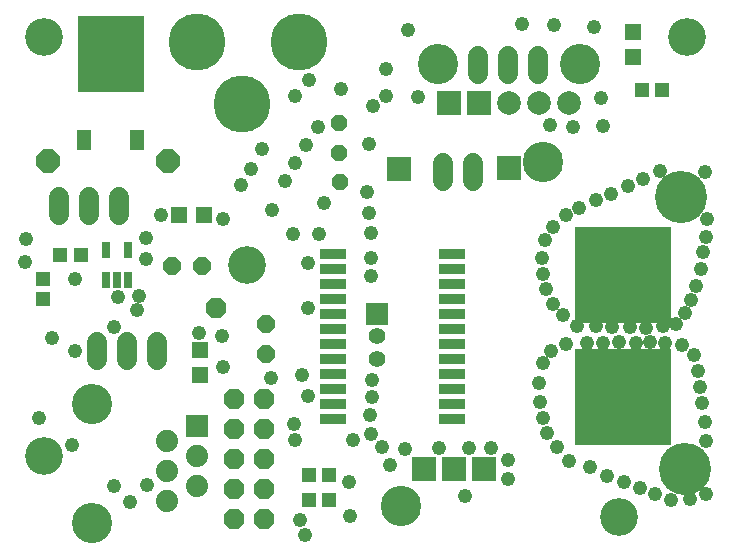
<source format=gbr>
G04 EAGLE Gerber X2 export*
%TF.Part,Single*%
%TF.FileFunction,Soldermask,Top,1*%
%TF.FilePolarity,Negative*%
%TF.GenerationSoftware,Autodesk,EAGLE,8.6.3*%
%TF.CreationDate,2018-07-14T15:57:14Z*%
G75*
%MOMM*%
%FSLAX34Y34*%
%LPD*%
%AMOC8*
5,1,8,0,0,1.08239X$1,22.5*%
G01*
%ADD10C,3.203200*%
%ADD11C,1.727200*%
%ADD12R,0.753200X1.403200*%
%ADD13P,2.144431X8X22.500000*%
%ADD14C,1.703200*%
%ADD15C,1.879600*%
%ADD16R,1.879600X1.879600*%
%ADD17C,3.403200*%
%ADD18R,1.203200X1.303200*%
%ADD19R,2.003200X2.003200*%
%ADD20C,1.409600*%
%ADD21C,2.003200*%
%ADD22P,1.594577X8X112.500000*%
%ADD23P,1.594577X8X22.500000*%
%ADD24R,5.603200X6.403200*%
%ADD25R,1.203200X1.803200*%
%ADD26R,1.303200X1.203200*%
%ADD27R,2.235200X0.863600*%
%ADD28R,1.403200X1.403200*%
%ADD29P,1.843527X8X22.500000*%
%ADD30P,1.869504X8X292.500000*%
%ADD31P,1.539592X8X292.500000*%
%ADD32C,3.419200*%
%ADD33C,1.209600*%
%ADD34C,4.819200*%
%ADD35R,8.203200X8.203200*%
%ADD36C,4.419200*%


D10*
X28000Y432000D03*
X572000Y432000D03*
X514600Y25600D03*
X199900Y238300D03*
X28000Y77100D03*
D11*
X40600Y280880D02*
X40600Y296120D01*
X66000Y296120D02*
X66000Y280880D01*
X91400Y280880D02*
X91400Y296120D01*
D12*
X80300Y225500D03*
X89800Y225500D03*
X99300Y225500D03*
X99300Y251500D03*
X80300Y251500D03*
D13*
X31500Y326600D03*
X133100Y326600D03*
D14*
X72500Y173200D02*
X72500Y158200D01*
X97900Y158200D02*
X97900Y173200D01*
X123300Y173200D02*
X123300Y158200D01*
D15*
X131880Y89910D03*
D16*
X157280Y102150D03*
D15*
X131880Y64430D03*
X157280Y76670D03*
X131880Y38950D03*
X157280Y51190D03*
D17*
X68200Y120690D03*
X68200Y20410D03*
D18*
X269200Y60800D03*
X252200Y60800D03*
X252200Y39500D03*
X269200Y39500D03*
D19*
X349600Y66200D03*
X375000Y66200D03*
X400400Y66200D03*
X421355Y320835D03*
X328645Y320200D03*
D16*
X310100Y197200D03*
D20*
X309500Y178400D03*
X309500Y159400D03*
D19*
X370600Y376100D03*
X396000Y376100D03*
D21*
X421400Y376100D03*
X446800Y376100D03*
X472200Y376100D03*
D17*
X481400Y409100D03*
X361400Y409100D03*
D14*
X446400Y415300D02*
X446400Y400300D01*
X421000Y400300D02*
X421000Y415300D01*
X395600Y415300D02*
X395600Y400300D01*
D22*
X215600Y163300D03*
X215600Y188700D03*
D23*
X136700Y237800D03*
X162100Y237800D03*
D24*
X84300Y417300D03*
D25*
X61500Y344300D03*
X107100Y344300D03*
D18*
X41900Y247200D03*
X58900Y247200D03*
D26*
X27400Y226600D03*
X27400Y209600D03*
D27*
X373392Y108450D03*
X373392Y121150D03*
X373392Y133850D03*
X373392Y146550D03*
X373392Y159250D03*
X373392Y171950D03*
X373392Y184650D03*
X373392Y197350D03*
X272808Y197350D03*
X272808Y184650D03*
X272808Y171950D03*
X272808Y159250D03*
X272808Y146550D03*
X272808Y133850D03*
X272808Y121150D03*
X272808Y108450D03*
X272808Y210050D03*
X272808Y222750D03*
X272808Y235450D03*
X272808Y248150D03*
X373392Y210050D03*
X373392Y222750D03*
X373392Y235450D03*
X373392Y248150D03*
D18*
X534400Y386400D03*
X551400Y386400D03*
D28*
X526600Y414500D03*
X526600Y435500D03*
X163000Y281100D03*
X142000Y281100D03*
X159700Y166800D03*
X159700Y145800D03*
D29*
X173300Y202500D03*
D14*
X366100Y310100D02*
X366100Y325100D01*
X391500Y325100D02*
X391500Y310100D01*
D30*
X188900Y125100D03*
X214300Y125100D03*
X188900Y99700D03*
X214300Y99700D03*
X188900Y74300D03*
X214300Y74300D03*
X188900Y48900D03*
X214300Y48900D03*
X188900Y23500D03*
X214300Y23500D03*
D31*
X277900Y359200D03*
X277900Y333800D03*
X278300Y308800D03*
D32*
X450600Y325500D03*
X330600Y34500D03*
D33*
X286600Y54900D03*
X301100Y300300D03*
X303100Y282500D03*
X304600Y265400D03*
X304600Y244800D03*
X305100Y229200D03*
X305600Y140800D03*
X305600Y126700D03*
X304300Y111600D03*
X304600Y95600D03*
X313900Y84300D03*
X333600Y83200D03*
X388000Y84000D03*
X362300Y83400D03*
X321000Y69100D03*
X406600Y83800D03*
X421000Y73500D03*
X420400Y57500D03*
X384200Y43000D03*
X251600Y201800D03*
X251600Y240400D03*
X246300Y145200D03*
X264700Y291000D03*
X220900Y284900D03*
X317900Y404800D03*
X336300Y437400D03*
X493600Y440100D03*
X432600Y442700D03*
X501400Y356400D03*
X475800Y355500D03*
X456100Y356800D03*
X344900Y381100D03*
X317900Y381900D03*
X499700Y380200D03*
D34*
X244000Y427000D03*
D33*
X252300Y395100D03*
X240800Y381700D03*
X279000Y387200D03*
X260200Y355000D03*
X240100Y325200D03*
X249800Y339900D03*
X232000Y309900D03*
X212700Y337000D03*
X203000Y320000D03*
X194800Y306000D03*
X114700Y261400D03*
X114700Y244000D03*
X12500Y260800D03*
X178900Y178100D03*
X11500Y241200D03*
X287200Y25800D03*
X249200Y10000D03*
X240200Y90000D03*
X240000Y104200D03*
X251400Y127700D03*
X220200Y142900D03*
X460000Y442000D03*
X179100Y152000D03*
X86800Y186300D03*
X53800Y165600D03*
X24100Y109300D03*
X238800Y264800D03*
X260400Y264900D03*
X302900Y340900D03*
X306500Y373600D03*
X244300Y22900D03*
X289500Y90000D03*
D35*
X517800Y230100D03*
D33*
X458600Y270800D03*
X452200Y259800D03*
X449400Y244400D03*
X450400Y230700D03*
X452800Y218600D03*
X458600Y205900D03*
X469700Y280500D03*
X481200Y287000D03*
X495200Y293500D03*
X508400Y299000D03*
X522600Y305500D03*
X535100Y311700D03*
X549600Y317800D03*
X587800Y317400D03*
X589600Y277100D03*
X588100Y262400D03*
X586200Y249500D03*
X583800Y234900D03*
X580000Y220700D03*
X575900Y208600D03*
X467200Y196600D03*
X570800Y197700D03*
D36*
X567000Y296300D03*
D33*
X478800Y186500D03*
X494900Y186800D03*
X509000Y186200D03*
X523800Y185900D03*
X537900Y185600D03*
X551900Y186500D03*
X563200Y188900D03*
D35*
X518400Y127000D03*
D33*
X453600Y96100D03*
X450200Y109200D03*
X448200Y122900D03*
X447200Y138700D03*
X450600Y155200D03*
X457400Y166000D03*
X470100Y171700D03*
X462500Y84500D03*
X472700Y72200D03*
X490000Y67300D03*
X504700Y60000D03*
X518900Y54900D03*
X532300Y50000D03*
X545500Y45000D03*
X553700Y172500D03*
X487800Y172400D03*
X588200Y89300D03*
X587200Y106000D03*
X585200Y121500D03*
X583300Y135100D03*
X581300Y148800D03*
X577900Y162700D03*
X568000Y170900D03*
D36*
X570800Y66200D03*
D33*
X588800Y44800D03*
X501500Y172700D03*
X515200Y173000D03*
X528900Y172700D03*
X541100Y173000D03*
X558900Y39500D03*
X574500Y40400D03*
X90500Y211400D03*
X108100Y212200D03*
X106600Y200600D03*
X126900Y281100D03*
D34*
X195200Y375000D03*
X157500Y427400D03*
D33*
X100600Y37900D03*
X159600Y181100D03*
X179400Y277100D03*
X115100Y52600D03*
X87500Y51600D03*
X54600Y226500D03*
X34300Y177000D03*
X51300Y86200D03*
M02*

</source>
